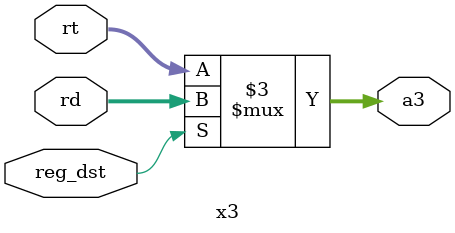
<source format=v>
module x3(
    input reg_dst ,
    input [4:0] rt ,
    input [4:0] rd ,
    output reg [4:0] a3  
);

    always @ (*) begin 
        if(reg_dst) begin 
            a3 <= rd ;
        end
        else begin 
            a3 <= rt ;
        end
    end

endmodule
</source>
